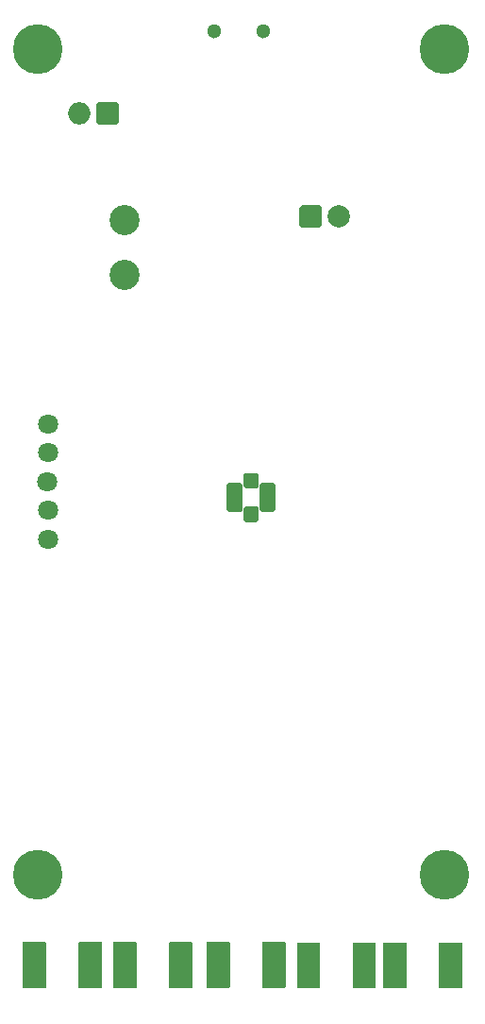
<source format=gbr>
%TF.GenerationSoftware,KiCad,Pcbnew,5.1.8*%
%TF.CreationDate,2020-12-01T22:53:24+08:00*%
%TF.ProjectId,msisdr,6d736973-6472-42e6-9b69-6361645f7063,rev?*%
%TF.SameCoordinates,Original*%
%TF.FileFunction,Soldermask,Bot*%
%TF.FilePolarity,Negative*%
%FSLAX46Y46*%
G04 Gerber Fmt 4.6, Leading zero omitted, Abs format (unit mm)*
G04 Created by KiCad (PCBNEW 5.1.8) date 2020-12-01 22:53:24*
%MOMM*%
%LPD*%
G01*
G04 APERTURE LIST*
%ADD10C,4.464000*%
%ADD11C,2.000000*%
%ADD12C,1.300000*%
%ADD13C,2.700000*%
%ADD14C,1.800000*%
%ADD15O,2.000000X2.000000*%
G04 APERTURE END LIST*
%TO.C,J12*%
G36*
G01*
X139360000Y-89070000D02*
X139360000Y-91270000D01*
G75*
G02*
X139160000Y-91470000I-200000J0D01*
G01*
X138110000Y-91470000D01*
G75*
G02*
X137910000Y-91270000I0J200000D01*
G01*
X137910000Y-89070000D01*
G75*
G02*
X138110000Y-88870000I200000J0D01*
G01*
X139160000Y-88870000D01*
G75*
G02*
X139360000Y-89070000I0J-200000D01*
G01*
G37*
G36*
G01*
X136410000Y-89070000D02*
X136410000Y-91270000D01*
G75*
G02*
X136210000Y-91470000I-200000J0D01*
G01*
X135160000Y-91470000D01*
G75*
G02*
X134960000Y-91270000I0J200000D01*
G01*
X134960000Y-89070000D01*
G75*
G02*
X135160000Y-88870000I200000J0D01*
G01*
X136210000Y-88870000D01*
G75*
G02*
X136410000Y-89070000I0J-200000D01*
G01*
G37*
G36*
G01*
X137860000Y-88170000D02*
X137860000Y-89170000D01*
G75*
G02*
X137660000Y-89370000I-200000J0D01*
G01*
X136660000Y-89370000D01*
G75*
G02*
X136460000Y-89170000I0J200000D01*
G01*
X136460000Y-88170000D01*
G75*
G02*
X136660000Y-87970000I200000J0D01*
G01*
X137660000Y-87970000D01*
G75*
G02*
X137860000Y-88170000I0J-200000D01*
G01*
G37*
G36*
G01*
X137860000Y-91170000D02*
X137860000Y-92170000D01*
G75*
G02*
X137660000Y-92370000I-200000J0D01*
G01*
X136660000Y-92370000D01*
G75*
G02*
X136460000Y-92170000I0J200000D01*
G01*
X136460000Y-91170000D01*
G75*
G02*
X136660000Y-90970000I200000J0D01*
G01*
X137660000Y-90970000D01*
G75*
G02*
X137860000Y-91170000I0J-200000D01*
G01*
G37*
%TD*%
D10*
%TO.C,REF\u002A\u002A*%
X154500000Y-124000000D03*
%TD*%
%TO.C,REF\u002A\u002A*%
X118000000Y-124000000D03*
%TD*%
%TO.C,REF\u002A\u002A*%
X154500000Y-50000000D03*
%TD*%
%TO.C,REF\u002A\u002A*%
X118000000Y-50000000D03*
%TD*%
%TO.C,C35*%
G36*
G01*
X141499000Y-65786000D02*
X141499000Y-64186000D01*
G75*
G02*
X141699000Y-63986000I200000J0D01*
G01*
X143299000Y-63986000D01*
G75*
G02*
X143499000Y-64186000I0J-200000D01*
G01*
X143499000Y-65786000D01*
G75*
G02*
X143299000Y-65986000I-200000J0D01*
G01*
X141699000Y-65986000D01*
G75*
G02*
X141499000Y-65786000I0J200000D01*
G01*
G37*
D11*
X144999000Y-64986000D03*
%TD*%
%TO.C,J6*%
G36*
G01*
X131829000Y-134126000D02*
X129829000Y-134126000D01*
G75*
G02*
X129779000Y-134076000I0J50000D01*
G01*
X129779000Y-130076000D01*
G75*
G02*
X129829000Y-130026000I50000J0D01*
G01*
X131829000Y-130026000D01*
G75*
G02*
X131879000Y-130076000I0J-50000D01*
G01*
X131879000Y-134076000D01*
G75*
G02*
X131829000Y-134126000I-50000J0D01*
G01*
G37*
G36*
G01*
X126829000Y-134126000D02*
X124829000Y-134126000D01*
G75*
G02*
X124779000Y-134076000I0J50000D01*
G01*
X124779000Y-130076000D01*
G75*
G02*
X124829000Y-130026000I50000J0D01*
G01*
X126829000Y-130026000D01*
G75*
G02*
X126879000Y-130076000I0J-50000D01*
G01*
X126879000Y-134076000D01*
G75*
G02*
X126829000Y-134126000I-50000J0D01*
G01*
G37*
%TD*%
%TO.C,J7*%
G36*
G01*
X148300320Y-134144600D02*
X146300320Y-134144600D01*
G75*
G02*
X146250320Y-134094600I0J50000D01*
G01*
X146250320Y-130094600D01*
G75*
G02*
X146300320Y-130044600I50000J0D01*
G01*
X148300320Y-130044600D01*
G75*
G02*
X148350320Y-130094600I0J-50000D01*
G01*
X148350320Y-134094600D01*
G75*
G02*
X148300320Y-134144600I-50000J0D01*
G01*
G37*
G36*
G01*
X143300320Y-134144600D02*
X141300320Y-134144600D01*
G75*
G02*
X141250320Y-134094600I0J50000D01*
G01*
X141250320Y-130094600D01*
G75*
G02*
X141300320Y-130044600I50000J0D01*
G01*
X143300320Y-130044600D01*
G75*
G02*
X143350320Y-130094600I0J-50000D01*
G01*
X143350320Y-134094600D01*
G75*
G02*
X143300320Y-134144600I-50000J0D01*
G01*
G37*
%TD*%
%TO.C,J8*%
G36*
G01*
X123705500Y-134119200D02*
X121705500Y-134119200D01*
G75*
G02*
X121655500Y-134069200I0J50000D01*
G01*
X121655500Y-130069200D01*
G75*
G02*
X121705500Y-130019200I50000J0D01*
G01*
X123705500Y-130019200D01*
G75*
G02*
X123755500Y-130069200I0J-50000D01*
G01*
X123755500Y-134069200D01*
G75*
G02*
X123705500Y-134119200I-50000J0D01*
G01*
G37*
G36*
G01*
X118705500Y-134119200D02*
X116705500Y-134119200D01*
G75*
G02*
X116655500Y-134069200I0J50000D01*
G01*
X116655500Y-130069200D01*
G75*
G02*
X116705500Y-130019200I50000J0D01*
G01*
X118705500Y-130019200D01*
G75*
G02*
X118755500Y-130069200I0J-50000D01*
G01*
X118755500Y-134069200D01*
G75*
G02*
X118705500Y-134119200I-50000J0D01*
G01*
G37*
%TD*%
%TO.C,J9*%
G36*
G01*
X140202800Y-134119200D02*
X138202800Y-134119200D01*
G75*
G02*
X138152800Y-134069200I0J50000D01*
G01*
X138152800Y-130069200D01*
G75*
G02*
X138202800Y-130019200I50000J0D01*
G01*
X140202800Y-130019200D01*
G75*
G02*
X140252800Y-130069200I0J-50000D01*
G01*
X140252800Y-134069200D01*
G75*
G02*
X140202800Y-134119200I-50000J0D01*
G01*
G37*
G36*
G01*
X135202800Y-134119200D02*
X133202800Y-134119200D01*
G75*
G02*
X133152800Y-134069200I0J50000D01*
G01*
X133152800Y-130069200D01*
G75*
G02*
X133202800Y-130019200I50000J0D01*
G01*
X135202800Y-130019200D01*
G75*
G02*
X135252800Y-130069200I0J-50000D01*
G01*
X135252800Y-134069200D01*
G75*
G02*
X135202800Y-134119200I-50000J0D01*
G01*
G37*
%TD*%
%TO.C,J10*%
G36*
G01*
X156039700Y-134172540D02*
X154039700Y-134172540D01*
G75*
G02*
X153989700Y-134122540I0J50000D01*
G01*
X153989700Y-130122540D01*
G75*
G02*
X154039700Y-130072540I50000J0D01*
G01*
X156039700Y-130072540D01*
G75*
G02*
X156089700Y-130122540I0J-50000D01*
G01*
X156089700Y-134122540D01*
G75*
G02*
X156039700Y-134172540I-50000J0D01*
G01*
G37*
G36*
G01*
X151039700Y-134172540D02*
X149039700Y-134172540D01*
G75*
G02*
X148989700Y-134122540I0J50000D01*
G01*
X148989700Y-130122540D01*
G75*
G02*
X149039700Y-130072540I50000J0D01*
G01*
X151039700Y-130072540D01*
G75*
G02*
X151089700Y-130122540I0J-50000D01*
G01*
X151089700Y-134122540D01*
G75*
G02*
X151039700Y-134172540I-50000J0D01*
G01*
G37*
%TD*%
D12*
%TO.C,J11*%
X138219000Y-48396000D03*
X133819000Y-48396000D03*
%TD*%
D13*
%TO.C,Y1*%
X125809000Y-70236000D03*
X125809000Y-65336000D03*
%TD*%
D14*
%TO.C,J1*%
X118949000Y-83556000D03*
%TD*%
%TO.C,J2*%
X118929000Y-86156000D03*
%TD*%
%TO.C,J3*%
X118869000Y-88746000D03*
%TD*%
%TO.C,J4*%
X118899000Y-91336000D03*
%TD*%
%TO.C,J5*%
X118979000Y-93966000D03*
%TD*%
%TO.C,D5*%
G36*
G01*
X125290000Y-54940000D02*
X125290000Y-56540000D01*
G75*
G02*
X125090000Y-56740000I-200000J0D01*
G01*
X123490000Y-56740000D01*
G75*
G02*
X123290000Y-56540000I0J200000D01*
G01*
X123290000Y-54940000D01*
G75*
G02*
X123490000Y-54740000I200000J0D01*
G01*
X125090000Y-54740000D01*
G75*
G02*
X125290000Y-54940000I0J-200000D01*
G01*
G37*
D15*
X121750000Y-55740000D03*
%TD*%
M02*

</source>
